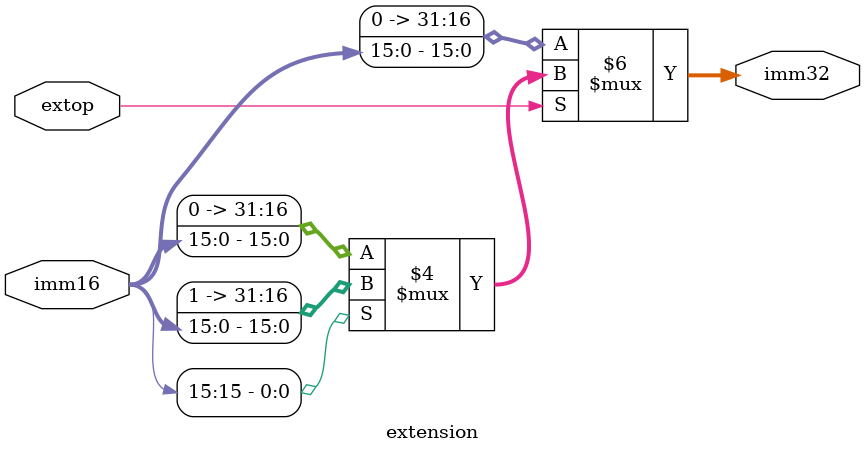
<source format=v>
module extension(imm16,imm32,extop);
    input [15:0] imm16;
    input extop;
    output [31:0] imm32;

    reg [31:0] imm32;

    always @(extop,imm16)
    begin
        if (extop)//符号拓展
        begin
            if (imm16[15]) imm32<={16'hffff,imm16};
            else imm32<={16'h0000,imm16};
        end
        else imm32<={16'h0000,imm16};//0拓展
    end

endmodule // 立即数扩展
</source>
